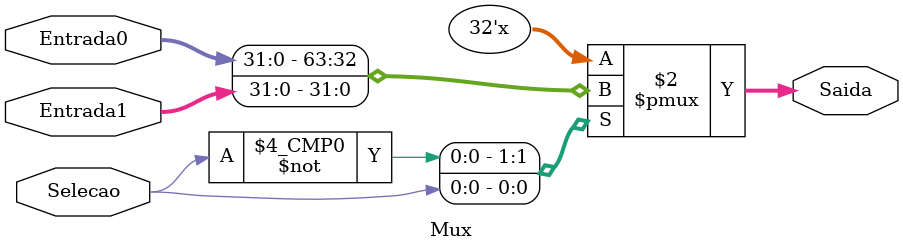
<source format=v>
module Mux(Entrada0, Entrada1, Selecao, Saida);

	input [31:0] Entrada0, Entrada1;
	input Selecao;
	output reg [31:0] Saida;

	always @(*) begin
		case (Selecao)
			0: Saida = Entrada0;
			1: Saida = Entrada1;
		endcase
	end

endmodule

</source>
